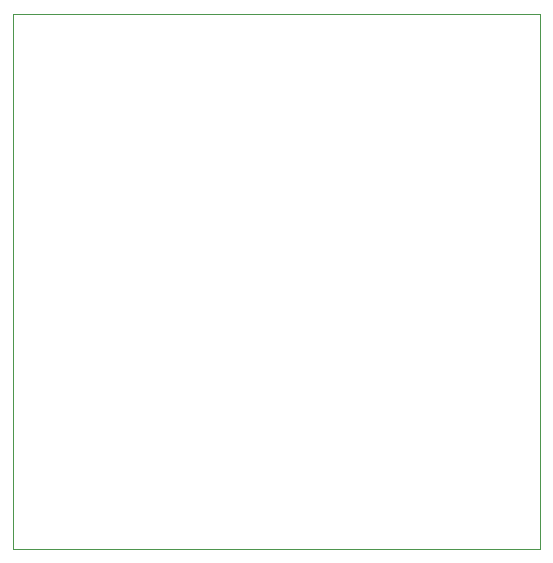
<source format=gbr>
%TF.GenerationSoftware,KiCad,Pcbnew,9.0.4*%
%TF.CreationDate,2026-02-08T14:40:35-05:00*%
%TF.ProjectId,BurnWire,4275726e-5769-4726-952e-6b696361645f,rev?*%
%TF.SameCoordinates,Original*%
%TF.FileFunction,Profile,NP*%
%FSLAX46Y46*%
G04 Gerber Fmt 4.6, Leading zero omitted, Abs format (unit mm)*
G04 Created by KiCad (PCBNEW 9.0.4) date 2026-02-08 14:40:35*
%MOMM*%
%LPD*%
G01*
G04 APERTURE LIST*
%TA.AperFunction,Profile*%
%ADD10C,0.050000*%
%TD*%
G04 APERTURE END LIST*
D10*
X130750000Y-68100000D02*
X175300000Y-68100000D01*
X175300000Y-113450000D01*
X130750000Y-113450000D01*
X130750000Y-68100000D01*
M02*

</source>
